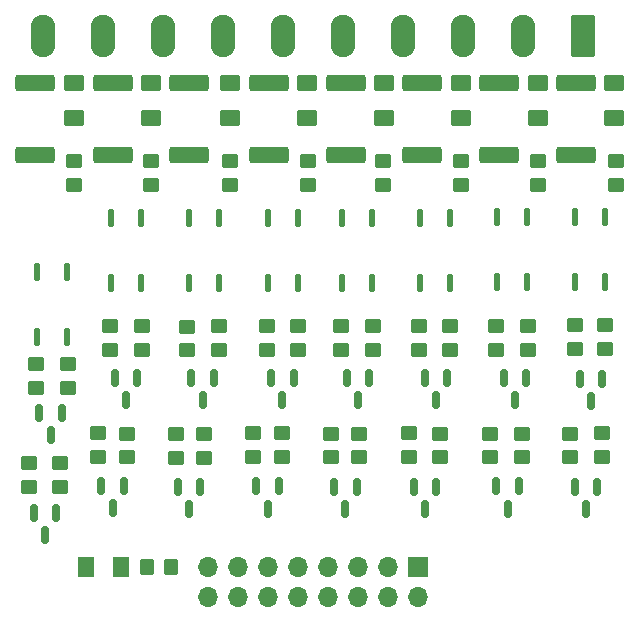
<source format=gbr>
%TF.GenerationSoftware,KiCad,Pcbnew,6.0.7+dfsg-1~bpo11+1*%
%TF.CreationDate,2022-10-12T23:44:01+02:00*%
%TF.ProjectId,rib8in_00,72696238-696e-45f3-9030-2e6b69636164,rev?*%
%TF.SameCoordinates,Original*%
%TF.FileFunction,Soldermask,Top*%
%TF.FilePolarity,Negative*%
%FSLAX46Y46*%
G04 Gerber Fmt 4.6, Leading zero omitted, Abs format (unit mm)*
G04 Created by KiCad (PCBNEW 6.0.7+dfsg-1~bpo11+1) date 2022-10-12 23:44:01*
%MOMM*%
%LPD*%
G01*
G04 APERTURE LIST*
G04 Aperture macros list*
%AMRoundRect*
0 Rectangle with rounded corners*
0 $1 Rounding radius*
0 $2 $3 $4 $5 $6 $7 $8 $9 X,Y pos of 4 corners*
0 Add a 4 corners polygon primitive as box body*
4,1,4,$2,$3,$4,$5,$6,$7,$8,$9,$2,$3,0*
0 Add four circle primitives for the rounded corners*
1,1,$1+$1,$2,$3*
1,1,$1+$1,$4,$5*
1,1,$1+$1,$6,$7*
1,1,$1+$1,$8,$9*
0 Add four rect primitives between the rounded corners*
20,1,$1+$1,$2,$3,$4,$5,0*
20,1,$1+$1,$4,$5,$6,$7,0*
20,1,$1+$1,$6,$7,$8,$9,0*
20,1,$1+$1,$8,$9,$2,$3,0*%
G04 Aperture macros list end*
%ADD10RoundRect,0.150000X-0.150000X0.587500X-0.150000X-0.587500X0.150000X-0.587500X0.150000X0.587500X0*%
%ADD11RoundRect,0.250000X0.450000X-0.350000X0.450000X0.350000X-0.450000X0.350000X-0.450000X-0.350000X0*%
%ADD12RoundRect,0.250000X0.350000X0.450000X-0.350000X0.450000X-0.350000X-0.450000X0.350000X-0.450000X0*%
%ADD13RoundRect,0.250000X-0.450000X0.350000X-0.450000X-0.350000X0.450000X-0.350000X0.450000X0.350000X0*%
%ADD14RoundRect,0.249999X-1.425001X0.450001X-1.425001X-0.450001X1.425001X-0.450001X1.425001X0.450001X0*%
%ADD15RoundRect,0.137500X-0.137500X0.587500X-0.137500X-0.587500X0.137500X-0.587500X0.137500X0.587500X0*%
%ADD16RoundRect,0.250001X0.624999X-0.462499X0.624999X0.462499X-0.624999X0.462499X-0.624999X-0.462499X0*%
%ADD17R,1.700000X1.700000*%
%ADD18O,1.700000X1.700000*%
%ADD19RoundRect,0.250001X-0.462499X-0.624999X0.462499X-0.624999X0.462499X0.624999X-0.462499X0.624999X0*%
%ADD20RoundRect,0.249999X0.790001X1.550001X-0.790001X1.550001X-0.790001X-1.550001X0.790001X-1.550001X0*%
%ADD21O,2.080000X3.600000*%
G04 APERTURE END LIST*
D10*
%TO.C,Q16*%
X129260000Y-110662500D03*
X127360000Y-110662500D03*
X128310000Y-112537500D03*
%TD*%
D11*
%TO.C,R25*%
X147100000Y-96820000D03*
X147100000Y-94820000D03*
%TD*%
D10*
%TO.C,Q6*%
X168420000Y-108392500D03*
X166520000Y-108392500D03*
X167470000Y-110267500D03*
%TD*%
D12*
%TO.C,R41*%
X138970000Y-115200000D03*
X136970000Y-115200000D03*
%TD*%
D13*
%TO.C,R11*%
X162610000Y-94830000D03*
X162610000Y-96830000D03*
%TD*%
%TO.C,R31*%
X136510000Y-94820000D03*
X136510000Y-96820000D03*
%TD*%
D10*
%TO.C,Q1*%
X175450000Y-99292500D03*
X173550000Y-99292500D03*
X174500000Y-101167500D03*
%TD*%
D14*
%TO.C,R2*%
X166750000Y-74200000D03*
X166750000Y-80300000D03*
%TD*%
D15*
%TO.C,U5*%
X149700000Y-85660000D03*
X147160000Y-85660000D03*
X147160000Y-91160000D03*
X149700000Y-91160000D03*
%TD*%
D13*
%TO.C,R19*%
X163530000Y-80840000D03*
X163530000Y-82840000D03*
%TD*%
D10*
%TO.C,Q12*%
X129720000Y-102192500D03*
X127820000Y-102192500D03*
X128770000Y-104067500D03*
%TD*%
%TO.C,Q9*%
X149340000Y-99222500D03*
X147440000Y-99222500D03*
X148390000Y-101097500D03*
%TD*%
%TO.C,Q4*%
X155730000Y-99202500D03*
X153830000Y-99202500D03*
X154780000Y-101077500D03*
%TD*%
%TO.C,Q7*%
X161410000Y-108412500D03*
X159510000Y-108412500D03*
X160460000Y-110287500D03*
%TD*%
D15*
%TO.C,U7*%
X136420000Y-85670000D03*
X133880000Y-85670000D03*
X133880000Y-91170000D03*
X136420000Y-91170000D03*
%TD*%
D13*
%TO.C,R9*%
X175740000Y-94740000D03*
X175740000Y-96740000D03*
%TD*%
D16*
%TO.C,D5*%
X150500000Y-77237500D03*
X150500000Y-74262500D03*
%TD*%
D13*
%TO.C,R39*%
X137250000Y-80870000D03*
X137250000Y-82870000D03*
%TD*%
%TO.C,R44*%
X161710000Y-103920000D03*
X161710000Y-105920000D03*
%TD*%
%TO.C,R36*%
X126910000Y-106420000D03*
X126910000Y-108420000D03*
%TD*%
%TO.C,R20*%
X156950000Y-80840000D03*
X156950000Y-82840000D03*
%TD*%
%TO.C,R42*%
X175450000Y-103890000D03*
X175450000Y-105890000D03*
%TD*%
D14*
%TO.C,R22*%
X140500000Y-74250000D03*
X140500000Y-80350000D03*
%TD*%
D10*
%TO.C,Q8*%
X154680000Y-108415000D03*
X152780000Y-108415000D03*
X153730000Y-110290000D03*
%TD*%
%TO.C,Q10*%
X142580000Y-99212500D03*
X140680000Y-99212500D03*
X141630000Y-101087500D03*
%TD*%
%TO.C,Q14*%
X141460000Y-108430000D03*
X139560000Y-108430000D03*
X140510000Y-110305000D03*
%TD*%
D14*
%TO.C,R4*%
X153750000Y-74200000D03*
X153750000Y-80300000D03*
%TD*%
D15*
%TO.C,U1*%
X175670000Y-85590000D03*
X173130000Y-85590000D03*
X173130000Y-91090000D03*
X175670000Y-91090000D03*
%TD*%
D14*
%TO.C,R21*%
X147250000Y-74250000D03*
X147250000Y-80350000D03*
%TD*%
D13*
%TO.C,R29*%
X149730000Y-94810000D03*
X149730000Y-96810000D03*
%TD*%
D16*
%TO.C,D6*%
X144000000Y-77225000D03*
X144000000Y-74250000D03*
%TD*%
D15*
%TO.C,U4*%
X155950000Y-85650000D03*
X153410000Y-85650000D03*
X153410000Y-91150000D03*
X155950000Y-91150000D03*
%TD*%
%TO.C,U6*%
X142990000Y-85640000D03*
X140450000Y-85640000D03*
X140450000Y-91140000D03*
X142990000Y-91140000D03*
%TD*%
D10*
%TO.C,Q5*%
X175030000Y-108412500D03*
X173130000Y-108412500D03*
X174080000Y-110287500D03*
%TD*%
%TO.C,Q11*%
X136090000Y-99232500D03*
X134190000Y-99232500D03*
X135140000Y-101107500D03*
%TD*%
D13*
%TO.C,R43*%
X168640000Y-103940000D03*
X168640000Y-105940000D03*
%TD*%
D16*
%TO.C,D8*%
X130750000Y-77225000D03*
X130750000Y-74250000D03*
%TD*%
D13*
%TO.C,R49*%
X129560000Y-106440000D03*
X129560000Y-108440000D03*
%TD*%
D17*
%TO.C,J1*%
X159875000Y-115225000D03*
D18*
X159875000Y-117765000D03*
X157335000Y-115225000D03*
X157335000Y-117765000D03*
X154795000Y-115225000D03*
X154795000Y-117765000D03*
X152255000Y-115225000D03*
X152255000Y-117765000D03*
X149715000Y-115225000D03*
X149715000Y-117765000D03*
X147175000Y-115225000D03*
X147175000Y-117765000D03*
X144635000Y-115225000D03*
X144635000Y-117765000D03*
X142095000Y-115225000D03*
X142095000Y-117765000D03*
%TD*%
D13*
%TO.C,R15*%
X159130000Y-103900000D03*
X159130000Y-105900000D03*
%TD*%
%TO.C,R13*%
X172740000Y-103910000D03*
X172740000Y-105910000D03*
%TD*%
%TO.C,R32*%
X130270000Y-98030000D03*
X130270000Y-100030000D03*
%TD*%
D11*
%TO.C,R26*%
X140310000Y-96860000D03*
X140310000Y-94860000D03*
%TD*%
D10*
%TO.C,Q13*%
X148100000Y-108390000D03*
X146200000Y-108390000D03*
X147150000Y-110265000D03*
%TD*%
D13*
%TO.C,R40*%
X130790000Y-80870000D03*
X130790000Y-82870000D03*
%TD*%
D16*
%TO.C,D4*%
X157000000Y-77225000D03*
X157000000Y-74250000D03*
%TD*%
D13*
%TO.C,R17*%
X176670000Y-80830000D03*
X176670000Y-82830000D03*
%TD*%
D16*
%TO.C,D1*%
X176500000Y-77225000D03*
X176500000Y-74250000D03*
%TD*%
D11*
%TO.C,R28*%
X127540000Y-100020000D03*
X127540000Y-98020000D03*
%TD*%
D10*
%TO.C,Q15*%
X134970000Y-108382500D03*
X133070000Y-108382500D03*
X134020000Y-110257500D03*
%TD*%
D13*
%TO.C,R10*%
X169190000Y-94800000D03*
X169190000Y-96800000D03*
%TD*%
%TO.C,R46*%
X148340000Y-103890000D03*
X148340000Y-105890000D03*
%TD*%
D14*
%TO.C,R24*%
X127450000Y-74210000D03*
X127450000Y-80310000D03*
%TD*%
D13*
%TO.C,R12*%
X156030000Y-94840000D03*
X156030000Y-96840000D03*
%TD*%
D15*
%TO.C,U8*%
X130170000Y-90250000D03*
X127630000Y-90250000D03*
X127630000Y-95750000D03*
X130170000Y-95750000D03*
%TD*%
D19*
%TO.C,D9*%
X131745000Y-115240000D03*
X134720000Y-115240000D03*
%TD*%
D16*
%TO.C,D3*%
X163500000Y-77237500D03*
X163500000Y-74262500D03*
%TD*%
D13*
%TO.C,R47*%
X141750000Y-103980000D03*
X141750000Y-105980000D03*
%TD*%
%TO.C,R45*%
X154870000Y-103940000D03*
X154870000Y-105940000D03*
%TD*%
D16*
%TO.C,D2*%
X170000000Y-77225000D03*
X170000000Y-74250000D03*
%TD*%
D13*
%TO.C,R38*%
X143940000Y-80880000D03*
X143940000Y-82880000D03*
%TD*%
D14*
%TO.C,R23*%
X134010000Y-74240000D03*
X134010000Y-80340000D03*
%TD*%
D11*
%TO.C,R5*%
X173130000Y-96760000D03*
X173130000Y-94760000D03*
%TD*%
D13*
%TO.C,R33*%
X145900000Y-103900000D03*
X145900000Y-105900000D03*
%TD*%
D11*
%TO.C,R27*%
X133790000Y-96850000D03*
X133790000Y-94850000D03*
%TD*%
D13*
%TO.C,R16*%
X152530000Y-103920000D03*
X152530000Y-105920000D03*
%TD*%
D16*
%TO.C,D7*%
X137250000Y-77225000D03*
X137250000Y-74250000D03*
%TD*%
D14*
%TO.C,R1*%
X173250000Y-74200000D03*
X173250000Y-80300000D03*
%TD*%
D13*
%TO.C,R30*%
X143030000Y-94820000D03*
X143030000Y-96820000D03*
%TD*%
%TO.C,R37*%
X150550000Y-80870000D03*
X150550000Y-82870000D03*
%TD*%
D14*
%TO.C,R3*%
X160250000Y-74200000D03*
X160250000Y-80300000D03*
%TD*%
D11*
%TO.C,R7*%
X159980000Y-96830000D03*
X159980000Y-94830000D03*
%TD*%
D13*
%TO.C,R48*%
X135210000Y-103930000D03*
X135210000Y-105930000D03*
%TD*%
D10*
%TO.C,Q2*%
X169020000Y-99232500D03*
X167120000Y-99232500D03*
X168070000Y-101107500D03*
%TD*%
D11*
%TO.C,R6*%
X166470000Y-96810000D03*
X166470000Y-94810000D03*
%TD*%
D13*
%TO.C,R35*%
X132820000Y-103890000D03*
X132820000Y-105890000D03*
%TD*%
%TO.C,R14*%
X165950000Y-103930000D03*
X165950000Y-105930000D03*
%TD*%
D11*
%TO.C,R8*%
X153390000Y-96820000D03*
X153390000Y-94820000D03*
%TD*%
D15*
%TO.C,U2*%
X169080000Y-85620000D03*
X166540000Y-85620000D03*
X166540000Y-91120000D03*
X169080000Y-91120000D03*
%TD*%
D10*
%TO.C,Q3*%
X162360000Y-99222500D03*
X160460000Y-99222500D03*
X161410000Y-101097500D03*
%TD*%
D13*
%TO.C,R18*%
X170010000Y-80850000D03*
X170010000Y-82850000D03*
%TD*%
%TO.C,R34*%
X139360000Y-103950000D03*
X139360000Y-105950000D03*
%TD*%
D15*
%TO.C,U3*%
X162550000Y-85700000D03*
X160010000Y-85700000D03*
X160010000Y-91200000D03*
X162550000Y-91200000D03*
%TD*%
D20*
%TO.C,J2*%
X173860000Y-70277500D03*
D21*
X168780000Y-70277500D03*
X163700000Y-70277500D03*
X158620000Y-70277500D03*
X153540000Y-70277500D03*
X148460000Y-70277500D03*
X143380000Y-70277500D03*
X138300000Y-70277500D03*
X133220000Y-70277500D03*
X128140000Y-70277500D03*
%TD*%
M02*

</source>
